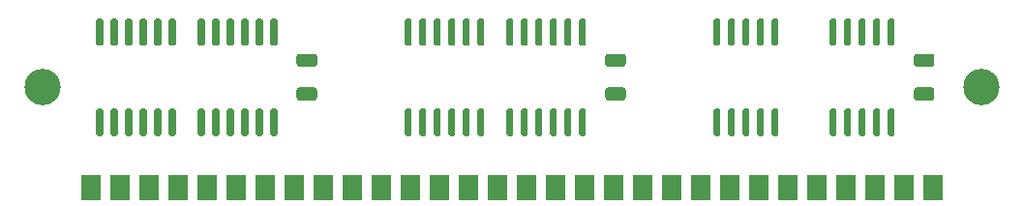
<source format=gbr>
%TF.GenerationSoftware,KiCad,Pcbnew,(5.1.9-0-10_14)*%
%TF.CreationDate,2021-02-23T11:37:35+01:00*%
%TF.ProjectId,30pin_SIMM_4MB,33307069-6e5f-4534-994d-4d5f344d422e,rev?*%
%TF.SameCoordinates,Original*%
%TF.FileFunction,Soldermask,Top*%
%TF.FilePolarity,Negative*%
%FSLAX46Y46*%
G04 Gerber Fmt 4.6, Leading zero omitted, Abs format (unit mm)*
G04 Created by KiCad (PCBNEW (5.1.9-0-10_14)) date 2021-02-23 11:37:35*
%MOMM*%
%LPD*%
G01*
G04 APERTURE LIST*
%ADD10C,3.180000*%
%ADD11R,1.780000X2.300000*%
G04 APERTURE END LIST*
D10*
%TO.C,REF\u002A\u002A*%
X103380000Y-89840000D03*
%TD*%
%TO.C,REF\u002A\u002A*%
X185520000Y-89840000D03*
%TD*%
D11*
%TO.C,J1*%
X181280000Y-98700000D03*
X178740000Y-98700000D03*
X176200000Y-98700000D03*
X173660000Y-98700000D03*
X171120000Y-98700000D03*
X168580000Y-98700000D03*
X166040000Y-98700000D03*
X163500000Y-98700000D03*
X160960000Y-98700000D03*
X158420000Y-98700000D03*
X155880000Y-98700000D03*
X153340000Y-98700000D03*
X150800000Y-98700000D03*
X148260000Y-98700000D03*
X145720000Y-98700000D03*
X143180000Y-98700000D03*
X140640000Y-98700000D03*
X138100000Y-98700000D03*
X135560000Y-98700000D03*
X133020000Y-98700000D03*
X130480000Y-98700000D03*
X127940000Y-98700000D03*
X125400000Y-98700000D03*
X122860000Y-98700000D03*
X120320000Y-98700000D03*
X117780000Y-98700000D03*
X115240000Y-98700000D03*
X112700000Y-98700000D03*
X110160000Y-98700000D03*
X107620000Y-98700000D03*
%TD*%
%TO.C,IC3*%
G36*
G01*
X162530000Y-86250000D02*
X162230000Y-86250000D01*
G75*
G02*
X162080000Y-86100000I0J150000D01*
G01*
X162080000Y-84000000D01*
G75*
G02*
X162230000Y-83850000I150000J0D01*
G01*
X162530000Y-83850000D01*
G75*
G02*
X162680000Y-84000000I0J-150000D01*
G01*
X162680000Y-86100000D01*
G75*
G02*
X162530000Y-86250000I-150000J0D01*
G01*
G37*
G36*
G01*
X163800000Y-86250000D02*
X163500000Y-86250000D01*
G75*
G02*
X163350000Y-86100000I0J150000D01*
G01*
X163350000Y-84000000D01*
G75*
G02*
X163500000Y-83850000I150000J0D01*
G01*
X163800000Y-83850000D01*
G75*
G02*
X163950000Y-84000000I0J-150000D01*
G01*
X163950000Y-86100000D01*
G75*
G02*
X163800000Y-86250000I-150000J0D01*
G01*
G37*
G36*
G01*
X165070000Y-86250000D02*
X164770000Y-86250000D01*
G75*
G02*
X164620000Y-86100000I0J150000D01*
G01*
X164620000Y-84000000D01*
G75*
G02*
X164770000Y-83850000I150000J0D01*
G01*
X165070000Y-83850000D01*
G75*
G02*
X165220000Y-84000000I0J-150000D01*
G01*
X165220000Y-86100000D01*
G75*
G02*
X165070000Y-86250000I-150000J0D01*
G01*
G37*
G36*
G01*
X166340000Y-86250000D02*
X166040000Y-86250000D01*
G75*
G02*
X165890000Y-86100000I0J150000D01*
G01*
X165890000Y-84000000D01*
G75*
G02*
X166040000Y-83850000I150000J0D01*
G01*
X166340000Y-83850000D01*
G75*
G02*
X166490000Y-84000000I0J-150000D01*
G01*
X166490000Y-86100000D01*
G75*
G02*
X166340000Y-86250000I-150000J0D01*
G01*
G37*
G36*
G01*
X167610000Y-86250000D02*
X167310000Y-86250000D01*
G75*
G02*
X167160000Y-86100000I0J150000D01*
G01*
X167160000Y-84000000D01*
G75*
G02*
X167310000Y-83850000I150000J0D01*
G01*
X167610000Y-83850000D01*
G75*
G02*
X167760000Y-84000000I0J-150000D01*
G01*
X167760000Y-86100000D01*
G75*
G02*
X167610000Y-86250000I-150000J0D01*
G01*
G37*
G36*
G01*
X172690000Y-86250000D02*
X172390000Y-86250000D01*
G75*
G02*
X172240000Y-86100000I0J150000D01*
G01*
X172240000Y-84000000D01*
G75*
G02*
X172390000Y-83850000I150000J0D01*
G01*
X172690000Y-83850000D01*
G75*
G02*
X172840000Y-84000000I0J-150000D01*
G01*
X172840000Y-86100000D01*
G75*
G02*
X172690000Y-86250000I-150000J0D01*
G01*
G37*
G36*
G01*
X173960000Y-86250000D02*
X173660000Y-86250000D01*
G75*
G02*
X173510000Y-86100000I0J150000D01*
G01*
X173510000Y-84000000D01*
G75*
G02*
X173660000Y-83850000I150000J0D01*
G01*
X173960000Y-83850000D01*
G75*
G02*
X174110000Y-84000000I0J-150000D01*
G01*
X174110000Y-86100000D01*
G75*
G02*
X173960000Y-86250000I-150000J0D01*
G01*
G37*
G36*
G01*
X175230000Y-86250000D02*
X174930000Y-86250000D01*
G75*
G02*
X174780000Y-86100000I0J150000D01*
G01*
X174780000Y-84000000D01*
G75*
G02*
X174930000Y-83850000I150000J0D01*
G01*
X175230000Y-83850000D01*
G75*
G02*
X175380000Y-84000000I0J-150000D01*
G01*
X175380000Y-86100000D01*
G75*
G02*
X175230000Y-86250000I-150000J0D01*
G01*
G37*
G36*
G01*
X176500000Y-86250000D02*
X176200000Y-86250000D01*
G75*
G02*
X176050000Y-86100000I0J150000D01*
G01*
X176050000Y-84000000D01*
G75*
G02*
X176200000Y-83850000I150000J0D01*
G01*
X176500000Y-83850000D01*
G75*
G02*
X176650000Y-84000000I0J-150000D01*
G01*
X176650000Y-86100000D01*
G75*
G02*
X176500000Y-86250000I-150000J0D01*
G01*
G37*
G36*
G01*
X177770000Y-94150000D02*
X177470000Y-94150000D01*
G75*
G02*
X177320000Y-94000000I0J150000D01*
G01*
X177320000Y-91900000D01*
G75*
G02*
X177470000Y-91750000I150000J0D01*
G01*
X177770000Y-91750000D01*
G75*
G02*
X177920000Y-91900000I0J-150000D01*
G01*
X177920000Y-94000000D01*
G75*
G02*
X177770000Y-94150000I-150000J0D01*
G01*
G37*
G36*
G01*
X176500000Y-94150000D02*
X176200000Y-94150000D01*
G75*
G02*
X176050000Y-94000000I0J150000D01*
G01*
X176050000Y-91900000D01*
G75*
G02*
X176200000Y-91750000I150000J0D01*
G01*
X176500000Y-91750000D01*
G75*
G02*
X176650000Y-91900000I0J-150000D01*
G01*
X176650000Y-94000000D01*
G75*
G02*
X176500000Y-94150000I-150000J0D01*
G01*
G37*
G36*
G01*
X175230000Y-94150000D02*
X174930000Y-94150000D01*
G75*
G02*
X174780000Y-94000000I0J150000D01*
G01*
X174780000Y-91900000D01*
G75*
G02*
X174930000Y-91750000I150000J0D01*
G01*
X175230000Y-91750000D01*
G75*
G02*
X175380000Y-91900000I0J-150000D01*
G01*
X175380000Y-94000000D01*
G75*
G02*
X175230000Y-94150000I-150000J0D01*
G01*
G37*
G36*
G01*
X173960000Y-94150000D02*
X173660000Y-94150000D01*
G75*
G02*
X173510000Y-94000000I0J150000D01*
G01*
X173510000Y-91900000D01*
G75*
G02*
X173660000Y-91750000I150000J0D01*
G01*
X173960000Y-91750000D01*
G75*
G02*
X174110000Y-91900000I0J-150000D01*
G01*
X174110000Y-94000000D01*
G75*
G02*
X173960000Y-94150000I-150000J0D01*
G01*
G37*
G36*
G01*
X172690000Y-94150000D02*
X172390000Y-94150000D01*
G75*
G02*
X172240000Y-94000000I0J150000D01*
G01*
X172240000Y-91900000D01*
G75*
G02*
X172390000Y-91750000I150000J0D01*
G01*
X172690000Y-91750000D01*
G75*
G02*
X172840000Y-91900000I0J-150000D01*
G01*
X172840000Y-94000000D01*
G75*
G02*
X172690000Y-94150000I-150000J0D01*
G01*
G37*
G36*
G01*
X167610000Y-94150000D02*
X167310000Y-94150000D01*
G75*
G02*
X167160000Y-94000000I0J150000D01*
G01*
X167160000Y-91900000D01*
G75*
G02*
X167310000Y-91750000I150000J0D01*
G01*
X167610000Y-91750000D01*
G75*
G02*
X167760000Y-91900000I0J-150000D01*
G01*
X167760000Y-94000000D01*
G75*
G02*
X167610000Y-94150000I-150000J0D01*
G01*
G37*
G36*
G01*
X166340000Y-94150000D02*
X166040000Y-94150000D01*
G75*
G02*
X165890000Y-94000000I0J150000D01*
G01*
X165890000Y-91900000D01*
G75*
G02*
X166040000Y-91750000I150000J0D01*
G01*
X166340000Y-91750000D01*
G75*
G02*
X166490000Y-91900000I0J-150000D01*
G01*
X166490000Y-94000000D01*
G75*
G02*
X166340000Y-94150000I-150000J0D01*
G01*
G37*
G36*
G01*
X165070000Y-94150000D02*
X164770000Y-94150000D01*
G75*
G02*
X164620000Y-94000000I0J150000D01*
G01*
X164620000Y-91900000D01*
G75*
G02*
X164770000Y-91750000I150000J0D01*
G01*
X165070000Y-91750000D01*
G75*
G02*
X165220000Y-91900000I0J-150000D01*
G01*
X165220000Y-94000000D01*
G75*
G02*
X165070000Y-94150000I-150000J0D01*
G01*
G37*
G36*
G01*
X163800000Y-94150000D02*
X163500000Y-94150000D01*
G75*
G02*
X163350000Y-94000000I0J150000D01*
G01*
X163350000Y-91900000D01*
G75*
G02*
X163500000Y-91750000I150000J0D01*
G01*
X163800000Y-91750000D01*
G75*
G02*
X163950000Y-91900000I0J-150000D01*
G01*
X163950000Y-94000000D01*
G75*
G02*
X163800000Y-94150000I-150000J0D01*
G01*
G37*
G36*
G01*
X162530000Y-94150000D02*
X162230000Y-94150000D01*
G75*
G02*
X162080000Y-94000000I0J150000D01*
G01*
X162080000Y-91900000D01*
G75*
G02*
X162230000Y-91750000I150000J0D01*
G01*
X162530000Y-91750000D01*
G75*
G02*
X162680000Y-91900000I0J-150000D01*
G01*
X162680000Y-94000000D01*
G75*
G02*
X162530000Y-94150000I-150000J0D01*
G01*
G37*
G36*
G01*
X177770000Y-86250000D02*
X177470000Y-86250000D01*
G75*
G02*
X177320000Y-86100000I0J150000D01*
G01*
X177320000Y-84000000D01*
G75*
G02*
X177470000Y-83850000I150000J0D01*
G01*
X177770000Y-83850000D01*
G75*
G02*
X177920000Y-84000000I0J-150000D01*
G01*
X177920000Y-86100000D01*
G75*
G02*
X177770000Y-86250000I-150000J0D01*
G01*
G37*
%TD*%
%TO.C,IC2*%
G36*
G01*
X150770000Y-94150000D02*
X150470000Y-94150000D01*
G75*
G02*
X150320000Y-94000000I0J150000D01*
G01*
X150320000Y-91900000D01*
G75*
G02*
X150470000Y-91750000I150000J0D01*
G01*
X150770000Y-91750000D01*
G75*
G02*
X150920000Y-91900000I0J-150000D01*
G01*
X150920000Y-94000000D01*
G75*
G02*
X150770000Y-94150000I-150000J0D01*
G01*
G37*
G36*
G01*
X149500000Y-94150000D02*
X149200000Y-94150000D01*
G75*
G02*
X149050000Y-94000000I0J150000D01*
G01*
X149050000Y-91900000D01*
G75*
G02*
X149200000Y-91750000I150000J0D01*
G01*
X149500000Y-91750000D01*
G75*
G02*
X149650000Y-91900000I0J-150000D01*
G01*
X149650000Y-94000000D01*
G75*
G02*
X149500000Y-94150000I-150000J0D01*
G01*
G37*
G36*
G01*
X148230000Y-94150000D02*
X147930000Y-94150000D01*
G75*
G02*
X147780000Y-94000000I0J150000D01*
G01*
X147780000Y-91900000D01*
G75*
G02*
X147930000Y-91750000I150000J0D01*
G01*
X148230000Y-91750000D01*
G75*
G02*
X148380000Y-91900000I0J-150000D01*
G01*
X148380000Y-94000000D01*
G75*
G02*
X148230000Y-94150000I-150000J0D01*
G01*
G37*
G36*
G01*
X146960000Y-94150000D02*
X146660000Y-94150000D01*
G75*
G02*
X146510000Y-94000000I0J150000D01*
G01*
X146510000Y-91900000D01*
G75*
G02*
X146660000Y-91750000I150000J0D01*
G01*
X146960000Y-91750000D01*
G75*
G02*
X147110000Y-91900000I0J-150000D01*
G01*
X147110000Y-94000000D01*
G75*
G02*
X146960000Y-94150000I-150000J0D01*
G01*
G37*
G36*
G01*
X145690000Y-94150000D02*
X145390000Y-94150000D01*
G75*
G02*
X145240000Y-94000000I0J150000D01*
G01*
X145240000Y-91900000D01*
G75*
G02*
X145390000Y-91750000I150000J0D01*
G01*
X145690000Y-91750000D01*
G75*
G02*
X145840000Y-91900000I0J-150000D01*
G01*
X145840000Y-94000000D01*
G75*
G02*
X145690000Y-94150000I-150000J0D01*
G01*
G37*
G36*
G01*
X144420000Y-94150000D02*
X144120000Y-94150000D01*
G75*
G02*
X143970000Y-94000000I0J150000D01*
G01*
X143970000Y-91900000D01*
G75*
G02*
X144120000Y-91750000I150000J0D01*
G01*
X144420000Y-91750000D01*
G75*
G02*
X144570000Y-91900000I0J-150000D01*
G01*
X144570000Y-94000000D01*
G75*
G02*
X144420000Y-94150000I-150000J0D01*
G01*
G37*
G36*
G01*
X141880000Y-94150000D02*
X141580000Y-94150000D01*
G75*
G02*
X141430000Y-94000000I0J150000D01*
G01*
X141430000Y-91900000D01*
G75*
G02*
X141580000Y-91750000I150000J0D01*
G01*
X141880000Y-91750000D01*
G75*
G02*
X142030000Y-91900000I0J-150000D01*
G01*
X142030000Y-94000000D01*
G75*
G02*
X141880000Y-94150000I-150000J0D01*
G01*
G37*
G36*
G01*
X140610000Y-94150000D02*
X140310000Y-94150000D01*
G75*
G02*
X140160000Y-94000000I0J150000D01*
G01*
X140160000Y-91900000D01*
G75*
G02*
X140310000Y-91750000I150000J0D01*
G01*
X140610000Y-91750000D01*
G75*
G02*
X140760000Y-91900000I0J-150000D01*
G01*
X140760000Y-94000000D01*
G75*
G02*
X140610000Y-94150000I-150000J0D01*
G01*
G37*
G36*
G01*
X139340000Y-94150000D02*
X139040000Y-94150000D01*
G75*
G02*
X138890000Y-94000000I0J150000D01*
G01*
X138890000Y-91900000D01*
G75*
G02*
X139040000Y-91750000I150000J0D01*
G01*
X139340000Y-91750000D01*
G75*
G02*
X139490000Y-91900000I0J-150000D01*
G01*
X139490000Y-94000000D01*
G75*
G02*
X139340000Y-94150000I-150000J0D01*
G01*
G37*
G36*
G01*
X138070000Y-94150000D02*
X137770000Y-94150000D01*
G75*
G02*
X137620000Y-94000000I0J150000D01*
G01*
X137620000Y-91900000D01*
G75*
G02*
X137770000Y-91750000I150000J0D01*
G01*
X138070000Y-91750000D01*
G75*
G02*
X138220000Y-91900000I0J-150000D01*
G01*
X138220000Y-94000000D01*
G75*
G02*
X138070000Y-94150000I-150000J0D01*
G01*
G37*
G36*
G01*
X136800000Y-94150000D02*
X136500000Y-94150000D01*
G75*
G02*
X136350000Y-94000000I0J150000D01*
G01*
X136350000Y-91900000D01*
G75*
G02*
X136500000Y-91750000I150000J0D01*
G01*
X136800000Y-91750000D01*
G75*
G02*
X136950000Y-91900000I0J-150000D01*
G01*
X136950000Y-94000000D01*
G75*
G02*
X136800000Y-94150000I-150000J0D01*
G01*
G37*
G36*
G01*
X135530000Y-86250000D02*
X135230000Y-86250000D01*
G75*
G02*
X135080000Y-86100000I0J150000D01*
G01*
X135080000Y-84000000D01*
G75*
G02*
X135230000Y-83850000I150000J0D01*
G01*
X135530000Y-83850000D01*
G75*
G02*
X135680000Y-84000000I0J-150000D01*
G01*
X135680000Y-86100000D01*
G75*
G02*
X135530000Y-86250000I-150000J0D01*
G01*
G37*
G36*
G01*
X136800000Y-86250000D02*
X136500000Y-86250000D01*
G75*
G02*
X136350000Y-86100000I0J150000D01*
G01*
X136350000Y-84000000D01*
G75*
G02*
X136500000Y-83850000I150000J0D01*
G01*
X136800000Y-83850000D01*
G75*
G02*
X136950000Y-84000000I0J-150000D01*
G01*
X136950000Y-86100000D01*
G75*
G02*
X136800000Y-86250000I-150000J0D01*
G01*
G37*
G36*
G01*
X138070000Y-86250000D02*
X137770000Y-86250000D01*
G75*
G02*
X137620000Y-86100000I0J150000D01*
G01*
X137620000Y-84000000D01*
G75*
G02*
X137770000Y-83850000I150000J0D01*
G01*
X138070000Y-83850000D01*
G75*
G02*
X138220000Y-84000000I0J-150000D01*
G01*
X138220000Y-86100000D01*
G75*
G02*
X138070000Y-86250000I-150000J0D01*
G01*
G37*
G36*
G01*
X139340000Y-86250000D02*
X139040000Y-86250000D01*
G75*
G02*
X138890000Y-86100000I0J150000D01*
G01*
X138890000Y-84000000D01*
G75*
G02*
X139040000Y-83850000I150000J0D01*
G01*
X139340000Y-83850000D01*
G75*
G02*
X139490000Y-84000000I0J-150000D01*
G01*
X139490000Y-86100000D01*
G75*
G02*
X139340000Y-86250000I-150000J0D01*
G01*
G37*
G36*
G01*
X140610000Y-86250000D02*
X140310000Y-86250000D01*
G75*
G02*
X140160000Y-86100000I0J150000D01*
G01*
X140160000Y-84000000D01*
G75*
G02*
X140310000Y-83850000I150000J0D01*
G01*
X140610000Y-83850000D01*
G75*
G02*
X140760000Y-84000000I0J-150000D01*
G01*
X140760000Y-86100000D01*
G75*
G02*
X140610000Y-86250000I-150000J0D01*
G01*
G37*
G36*
G01*
X141880000Y-86250000D02*
X141580000Y-86250000D01*
G75*
G02*
X141430000Y-86100000I0J150000D01*
G01*
X141430000Y-84000000D01*
G75*
G02*
X141580000Y-83850000I150000J0D01*
G01*
X141880000Y-83850000D01*
G75*
G02*
X142030000Y-84000000I0J-150000D01*
G01*
X142030000Y-86100000D01*
G75*
G02*
X141880000Y-86250000I-150000J0D01*
G01*
G37*
G36*
G01*
X144420000Y-86250000D02*
X144120000Y-86250000D01*
G75*
G02*
X143970000Y-86100000I0J150000D01*
G01*
X143970000Y-84000000D01*
G75*
G02*
X144120000Y-83850000I150000J0D01*
G01*
X144420000Y-83850000D01*
G75*
G02*
X144570000Y-84000000I0J-150000D01*
G01*
X144570000Y-86100000D01*
G75*
G02*
X144420000Y-86250000I-150000J0D01*
G01*
G37*
G36*
G01*
X145690000Y-86250000D02*
X145390000Y-86250000D01*
G75*
G02*
X145240000Y-86100000I0J150000D01*
G01*
X145240000Y-84000000D01*
G75*
G02*
X145390000Y-83850000I150000J0D01*
G01*
X145690000Y-83850000D01*
G75*
G02*
X145840000Y-84000000I0J-150000D01*
G01*
X145840000Y-86100000D01*
G75*
G02*
X145690000Y-86250000I-150000J0D01*
G01*
G37*
G36*
G01*
X146960000Y-86250000D02*
X146660000Y-86250000D01*
G75*
G02*
X146510000Y-86100000I0J150000D01*
G01*
X146510000Y-84000000D01*
G75*
G02*
X146660000Y-83850000I150000J0D01*
G01*
X146960000Y-83850000D01*
G75*
G02*
X147110000Y-84000000I0J-150000D01*
G01*
X147110000Y-86100000D01*
G75*
G02*
X146960000Y-86250000I-150000J0D01*
G01*
G37*
G36*
G01*
X148230000Y-86250000D02*
X147930000Y-86250000D01*
G75*
G02*
X147780000Y-86100000I0J150000D01*
G01*
X147780000Y-84000000D01*
G75*
G02*
X147930000Y-83850000I150000J0D01*
G01*
X148230000Y-83850000D01*
G75*
G02*
X148380000Y-84000000I0J-150000D01*
G01*
X148380000Y-86100000D01*
G75*
G02*
X148230000Y-86250000I-150000J0D01*
G01*
G37*
G36*
G01*
X149500000Y-86250000D02*
X149200000Y-86250000D01*
G75*
G02*
X149050000Y-86100000I0J150000D01*
G01*
X149050000Y-84000000D01*
G75*
G02*
X149200000Y-83850000I150000J0D01*
G01*
X149500000Y-83850000D01*
G75*
G02*
X149650000Y-84000000I0J-150000D01*
G01*
X149650000Y-86100000D01*
G75*
G02*
X149500000Y-86250000I-150000J0D01*
G01*
G37*
G36*
G01*
X135530000Y-94150000D02*
X135230000Y-94150000D01*
G75*
G02*
X135080000Y-94000000I0J150000D01*
G01*
X135080000Y-91900000D01*
G75*
G02*
X135230000Y-91750000I150000J0D01*
G01*
X135530000Y-91750000D01*
G75*
G02*
X135680000Y-91900000I0J-150000D01*
G01*
X135680000Y-94000000D01*
G75*
G02*
X135530000Y-94150000I-150000J0D01*
G01*
G37*
G36*
G01*
X150770000Y-86250000D02*
X150470000Y-86250000D01*
G75*
G02*
X150320000Y-86100000I0J150000D01*
G01*
X150320000Y-84000000D01*
G75*
G02*
X150470000Y-83850000I150000J0D01*
G01*
X150770000Y-83850000D01*
G75*
G02*
X150920000Y-84000000I0J-150000D01*
G01*
X150920000Y-86100000D01*
G75*
G02*
X150770000Y-86250000I-150000J0D01*
G01*
G37*
%TD*%
%TO.C,IC1*%
G36*
G01*
X123770000Y-94150000D02*
X123470000Y-94150000D01*
G75*
G02*
X123320000Y-94000000I0J150000D01*
G01*
X123320000Y-91900000D01*
G75*
G02*
X123470000Y-91750000I150000J0D01*
G01*
X123770000Y-91750000D01*
G75*
G02*
X123920000Y-91900000I0J-150000D01*
G01*
X123920000Y-94000000D01*
G75*
G02*
X123770000Y-94150000I-150000J0D01*
G01*
G37*
G36*
G01*
X122500000Y-94150000D02*
X122200000Y-94150000D01*
G75*
G02*
X122050000Y-94000000I0J150000D01*
G01*
X122050000Y-91900000D01*
G75*
G02*
X122200000Y-91750000I150000J0D01*
G01*
X122500000Y-91750000D01*
G75*
G02*
X122650000Y-91900000I0J-150000D01*
G01*
X122650000Y-94000000D01*
G75*
G02*
X122500000Y-94150000I-150000J0D01*
G01*
G37*
G36*
G01*
X121230000Y-94150000D02*
X120930000Y-94150000D01*
G75*
G02*
X120780000Y-94000000I0J150000D01*
G01*
X120780000Y-91900000D01*
G75*
G02*
X120930000Y-91750000I150000J0D01*
G01*
X121230000Y-91750000D01*
G75*
G02*
X121380000Y-91900000I0J-150000D01*
G01*
X121380000Y-94000000D01*
G75*
G02*
X121230000Y-94150000I-150000J0D01*
G01*
G37*
G36*
G01*
X119960000Y-94150000D02*
X119660000Y-94150000D01*
G75*
G02*
X119510000Y-94000000I0J150000D01*
G01*
X119510000Y-91900000D01*
G75*
G02*
X119660000Y-91750000I150000J0D01*
G01*
X119960000Y-91750000D01*
G75*
G02*
X120110000Y-91900000I0J-150000D01*
G01*
X120110000Y-94000000D01*
G75*
G02*
X119960000Y-94150000I-150000J0D01*
G01*
G37*
G36*
G01*
X118690000Y-94150000D02*
X118390000Y-94150000D01*
G75*
G02*
X118240000Y-94000000I0J150000D01*
G01*
X118240000Y-91900000D01*
G75*
G02*
X118390000Y-91750000I150000J0D01*
G01*
X118690000Y-91750000D01*
G75*
G02*
X118840000Y-91900000I0J-150000D01*
G01*
X118840000Y-94000000D01*
G75*
G02*
X118690000Y-94150000I-150000J0D01*
G01*
G37*
G36*
G01*
X117420000Y-94150000D02*
X117120000Y-94150000D01*
G75*
G02*
X116970000Y-94000000I0J150000D01*
G01*
X116970000Y-91900000D01*
G75*
G02*
X117120000Y-91750000I150000J0D01*
G01*
X117420000Y-91750000D01*
G75*
G02*
X117570000Y-91900000I0J-150000D01*
G01*
X117570000Y-94000000D01*
G75*
G02*
X117420000Y-94150000I-150000J0D01*
G01*
G37*
G36*
G01*
X114880000Y-94150000D02*
X114580000Y-94150000D01*
G75*
G02*
X114430000Y-94000000I0J150000D01*
G01*
X114430000Y-91900000D01*
G75*
G02*
X114580000Y-91750000I150000J0D01*
G01*
X114880000Y-91750000D01*
G75*
G02*
X115030000Y-91900000I0J-150000D01*
G01*
X115030000Y-94000000D01*
G75*
G02*
X114880000Y-94150000I-150000J0D01*
G01*
G37*
G36*
G01*
X113610000Y-94150000D02*
X113310000Y-94150000D01*
G75*
G02*
X113160000Y-94000000I0J150000D01*
G01*
X113160000Y-91900000D01*
G75*
G02*
X113310000Y-91750000I150000J0D01*
G01*
X113610000Y-91750000D01*
G75*
G02*
X113760000Y-91900000I0J-150000D01*
G01*
X113760000Y-94000000D01*
G75*
G02*
X113610000Y-94150000I-150000J0D01*
G01*
G37*
G36*
G01*
X112340000Y-94150000D02*
X112040000Y-94150000D01*
G75*
G02*
X111890000Y-94000000I0J150000D01*
G01*
X111890000Y-91900000D01*
G75*
G02*
X112040000Y-91750000I150000J0D01*
G01*
X112340000Y-91750000D01*
G75*
G02*
X112490000Y-91900000I0J-150000D01*
G01*
X112490000Y-94000000D01*
G75*
G02*
X112340000Y-94150000I-150000J0D01*
G01*
G37*
G36*
G01*
X111070000Y-94150000D02*
X110770000Y-94150000D01*
G75*
G02*
X110620000Y-94000000I0J150000D01*
G01*
X110620000Y-91900000D01*
G75*
G02*
X110770000Y-91750000I150000J0D01*
G01*
X111070000Y-91750000D01*
G75*
G02*
X111220000Y-91900000I0J-150000D01*
G01*
X111220000Y-94000000D01*
G75*
G02*
X111070000Y-94150000I-150000J0D01*
G01*
G37*
G36*
G01*
X109800000Y-94150000D02*
X109500000Y-94150000D01*
G75*
G02*
X109350000Y-94000000I0J150000D01*
G01*
X109350000Y-91900000D01*
G75*
G02*
X109500000Y-91750000I150000J0D01*
G01*
X109800000Y-91750000D01*
G75*
G02*
X109950000Y-91900000I0J-150000D01*
G01*
X109950000Y-94000000D01*
G75*
G02*
X109800000Y-94150000I-150000J0D01*
G01*
G37*
G36*
G01*
X108530000Y-86250000D02*
X108230000Y-86250000D01*
G75*
G02*
X108080000Y-86100000I0J150000D01*
G01*
X108080000Y-84000000D01*
G75*
G02*
X108230000Y-83850000I150000J0D01*
G01*
X108530000Y-83850000D01*
G75*
G02*
X108680000Y-84000000I0J-150000D01*
G01*
X108680000Y-86100000D01*
G75*
G02*
X108530000Y-86250000I-150000J0D01*
G01*
G37*
G36*
G01*
X109800000Y-86250000D02*
X109500000Y-86250000D01*
G75*
G02*
X109350000Y-86100000I0J150000D01*
G01*
X109350000Y-84000000D01*
G75*
G02*
X109500000Y-83850000I150000J0D01*
G01*
X109800000Y-83850000D01*
G75*
G02*
X109950000Y-84000000I0J-150000D01*
G01*
X109950000Y-86100000D01*
G75*
G02*
X109800000Y-86250000I-150000J0D01*
G01*
G37*
G36*
G01*
X111070000Y-86250000D02*
X110770000Y-86250000D01*
G75*
G02*
X110620000Y-86100000I0J150000D01*
G01*
X110620000Y-84000000D01*
G75*
G02*
X110770000Y-83850000I150000J0D01*
G01*
X111070000Y-83850000D01*
G75*
G02*
X111220000Y-84000000I0J-150000D01*
G01*
X111220000Y-86100000D01*
G75*
G02*
X111070000Y-86250000I-150000J0D01*
G01*
G37*
G36*
G01*
X112340000Y-86250000D02*
X112040000Y-86250000D01*
G75*
G02*
X111890000Y-86100000I0J150000D01*
G01*
X111890000Y-84000000D01*
G75*
G02*
X112040000Y-83850000I150000J0D01*
G01*
X112340000Y-83850000D01*
G75*
G02*
X112490000Y-84000000I0J-150000D01*
G01*
X112490000Y-86100000D01*
G75*
G02*
X112340000Y-86250000I-150000J0D01*
G01*
G37*
G36*
G01*
X113610000Y-86250000D02*
X113310000Y-86250000D01*
G75*
G02*
X113160000Y-86100000I0J150000D01*
G01*
X113160000Y-84000000D01*
G75*
G02*
X113310000Y-83850000I150000J0D01*
G01*
X113610000Y-83850000D01*
G75*
G02*
X113760000Y-84000000I0J-150000D01*
G01*
X113760000Y-86100000D01*
G75*
G02*
X113610000Y-86250000I-150000J0D01*
G01*
G37*
G36*
G01*
X114880000Y-86250000D02*
X114580000Y-86250000D01*
G75*
G02*
X114430000Y-86100000I0J150000D01*
G01*
X114430000Y-84000000D01*
G75*
G02*
X114580000Y-83850000I150000J0D01*
G01*
X114880000Y-83850000D01*
G75*
G02*
X115030000Y-84000000I0J-150000D01*
G01*
X115030000Y-86100000D01*
G75*
G02*
X114880000Y-86250000I-150000J0D01*
G01*
G37*
G36*
G01*
X117420000Y-86250000D02*
X117120000Y-86250000D01*
G75*
G02*
X116970000Y-86100000I0J150000D01*
G01*
X116970000Y-84000000D01*
G75*
G02*
X117120000Y-83850000I150000J0D01*
G01*
X117420000Y-83850000D01*
G75*
G02*
X117570000Y-84000000I0J-150000D01*
G01*
X117570000Y-86100000D01*
G75*
G02*
X117420000Y-86250000I-150000J0D01*
G01*
G37*
G36*
G01*
X118690000Y-86250000D02*
X118390000Y-86250000D01*
G75*
G02*
X118240000Y-86100000I0J150000D01*
G01*
X118240000Y-84000000D01*
G75*
G02*
X118390000Y-83850000I150000J0D01*
G01*
X118690000Y-83850000D01*
G75*
G02*
X118840000Y-84000000I0J-150000D01*
G01*
X118840000Y-86100000D01*
G75*
G02*
X118690000Y-86250000I-150000J0D01*
G01*
G37*
G36*
G01*
X119960000Y-86250000D02*
X119660000Y-86250000D01*
G75*
G02*
X119510000Y-86100000I0J150000D01*
G01*
X119510000Y-84000000D01*
G75*
G02*
X119660000Y-83850000I150000J0D01*
G01*
X119960000Y-83850000D01*
G75*
G02*
X120110000Y-84000000I0J-150000D01*
G01*
X120110000Y-86100000D01*
G75*
G02*
X119960000Y-86250000I-150000J0D01*
G01*
G37*
G36*
G01*
X121230000Y-86250000D02*
X120930000Y-86250000D01*
G75*
G02*
X120780000Y-86100000I0J150000D01*
G01*
X120780000Y-84000000D01*
G75*
G02*
X120930000Y-83850000I150000J0D01*
G01*
X121230000Y-83850000D01*
G75*
G02*
X121380000Y-84000000I0J-150000D01*
G01*
X121380000Y-86100000D01*
G75*
G02*
X121230000Y-86250000I-150000J0D01*
G01*
G37*
G36*
G01*
X122500000Y-86250000D02*
X122200000Y-86250000D01*
G75*
G02*
X122050000Y-86100000I0J150000D01*
G01*
X122050000Y-84000000D01*
G75*
G02*
X122200000Y-83850000I150000J0D01*
G01*
X122500000Y-83850000D01*
G75*
G02*
X122650000Y-84000000I0J-150000D01*
G01*
X122650000Y-86100000D01*
G75*
G02*
X122500000Y-86250000I-150000J0D01*
G01*
G37*
G36*
G01*
X108530000Y-94150000D02*
X108230000Y-94150000D01*
G75*
G02*
X108080000Y-94000000I0J150000D01*
G01*
X108080000Y-91900000D01*
G75*
G02*
X108230000Y-91750000I150000J0D01*
G01*
X108530000Y-91750000D01*
G75*
G02*
X108680000Y-91900000I0J-150000D01*
G01*
X108680000Y-94000000D01*
G75*
G02*
X108530000Y-94150000I-150000J0D01*
G01*
G37*
G36*
G01*
X123770000Y-86250000D02*
X123470000Y-86250000D01*
G75*
G02*
X123320000Y-86100000I0J150000D01*
G01*
X123320000Y-84000000D01*
G75*
G02*
X123470000Y-83850000I150000J0D01*
G01*
X123770000Y-83850000D01*
G75*
G02*
X123920000Y-84000000I0J-150000D01*
G01*
X123920000Y-86100000D01*
G75*
G02*
X123770000Y-86250000I-150000J0D01*
G01*
G37*
%TD*%
%TO.C,C3*%
G36*
G01*
X181150001Y-88100000D02*
X179849999Y-88100000D01*
G75*
G02*
X179600000Y-87850001I0J249999D01*
G01*
X179600000Y-87199999D01*
G75*
G02*
X179849999Y-86950000I249999J0D01*
G01*
X181150001Y-86950000D01*
G75*
G02*
X181400000Y-87199999I0J-249999D01*
G01*
X181400000Y-87850001D01*
G75*
G02*
X181150001Y-88100000I-249999J0D01*
G01*
G37*
G36*
G01*
X181150001Y-91050000D02*
X179849999Y-91050000D01*
G75*
G02*
X179600000Y-90800001I0J249999D01*
G01*
X179600000Y-90149999D01*
G75*
G02*
X179849999Y-89900000I249999J0D01*
G01*
X181150001Y-89900000D01*
G75*
G02*
X181400000Y-90149999I0J-249999D01*
G01*
X181400000Y-90800001D01*
G75*
G02*
X181150001Y-91050000I-249999J0D01*
G01*
G37*
%TD*%
%TO.C,C2*%
G36*
G01*
X154150001Y-88100000D02*
X152849999Y-88100000D01*
G75*
G02*
X152600000Y-87850001I0J249999D01*
G01*
X152600000Y-87199999D01*
G75*
G02*
X152849999Y-86950000I249999J0D01*
G01*
X154150001Y-86950000D01*
G75*
G02*
X154400000Y-87199999I0J-249999D01*
G01*
X154400000Y-87850001D01*
G75*
G02*
X154150001Y-88100000I-249999J0D01*
G01*
G37*
G36*
G01*
X154150001Y-91050000D02*
X152849999Y-91050000D01*
G75*
G02*
X152600000Y-90800001I0J249999D01*
G01*
X152600000Y-90149999D01*
G75*
G02*
X152849999Y-89900000I249999J0D01*
G01*
X154150001Y-89900000D01*
G75*
G02*
X154400000Y-90149999I0J-249999D01*
G01*
X154400000Y-90800001D01*
G75*
G02*
X154150001Y-91050000I-249999J0D01*
G01*
G37*
%TD*%
%TO.C,C1*%
G36*
G01*
X127150001Y-88100000D02*
X125849999Y-88100000D01*
G75*
G02*
X125600000Y-87850001I0J249999D01*
G01*
X125600000Y-87199999D01*
G75*
G02*
X125849999Y-86950000I249999J0D01*
G01*
X127150001Y-86950000D01*
G75*
G02*
X127400000Y-87199999I0J-249999D01*
G01*
X127400000Y-87850001D01*
G75*
G02*
X127150001Y-88100000I-249999J0D01*
G01*
G37*
G36*
G01*
X127150001Y-91050000D02*
X125849999Y-91050000D01*
G75*
G02*
X125600000Y-90800001I0J249999D01*
G01*
X125600000Y-90149999D01*
G75*
G02*
X125849999Y-89900000I249999J0D01*
G01*
X127150001Y-89900000D01*
G75*
G02*
X127400000Y-90149999I0J-249999D01*
G01*
X127400000Y-90800001D01*
G75*
G02*
X127150001Y-91050000I-249999J0D01*
G01*
G37*
%TD*%
M02*

</source>
